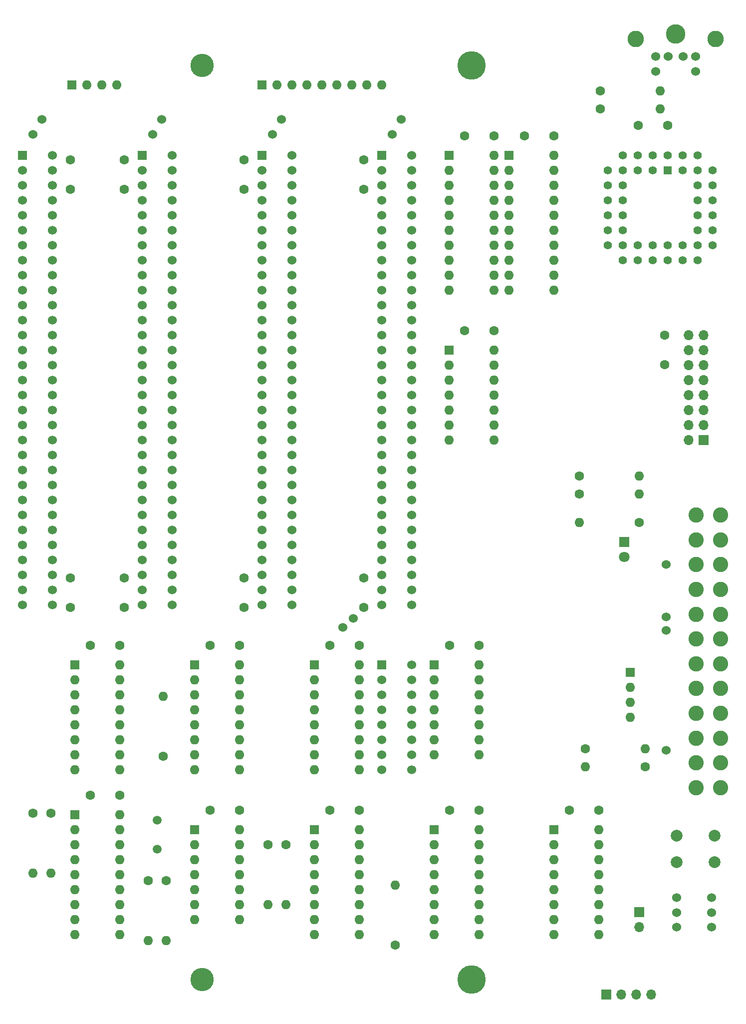
<source format=gbr>
G04 #@! TF.GenerationSoftware,KiCad,Pcbnew,(5.1.8)-1*
G04 #@! TF.CreationDate,2022-05-28T15:46:18-06:00*
G04 #@! TF.ProjectId,Multi,4d756c74-692e-46b6-9963-61645f706362,rev?*
G04 #@! TF.SameCoordinates,Original*
G04 #@! TF.FileFunction,Soldermask,Top*
G04 #@! TF.FilePolarity,Negative*
%FSLAX46Y46*%
G04 Gerber Fmt 4.6, Leading zero omitted, Abs format (unit mm)*
G04 Created by KiCad (PCBNEW (5.1.8)-1) date 2022-05-28 15:46:18*
%MOMM*%
%LPD*%
G01*
G04 APERTURE LIST*
%ADD10O,1.600000X1.600000*%
%ADD11R,1.600000X1.600000*%
%ADD12C,1.600000*%
%ADD13C,4.826000*%
%ADD14C,1.524000*%
%ADD15O,1.700000X1.700000*%
%ADD16R,1.700000X1.700000*%
%ADD17R,1.524000X1.524000*%
%ADD18C,2.000000*%
%ADD19C,1.800000*%
%ADD20R,1.800000X1.800000*%
%ADD21C,2.590800*%
%ADD22C,2.794000*%
%ADD23C,3.302000*%
%ADD24C,3.962400*%
%ADD25C,1.500000*%
%ADD26R,1.422400X1.422400*%
%ADD27C,1.422400*%
G04 APERTURE END LIST*
D10*
G04 #@! TO.C,U2*
X111506000Y-43942000D03*
X103886000Y-66802000D03*
X111506000Y-46482000D03*
X103886000Y-64262000D03*
X111506000Y-49022000D03*
X103886000Y-61722000D03*
X111506000Y-51562000D03*
X103886000Y-59182000D03*
X111506000Y-54102000D03*
X103886000Y-56642000D03*
X111506000Y-56642000D03*
X103886000Y-54102000D03*
X111506000Y-59182000D03*
X103886000Y-51562000D03*
X111506000Y-61722000D03*
X103886000Y-49022000D03*
X111506000Y-64262000D03*
X103886000Y-46482000D03*
X111506000Y-66802000D03*
D11*
X103886000Y-43942000D03*
G04 #@! TD*
D12*
G04 #@! TO.C,C13*
X119126000Y-154940000D03*
X114126000Y-154940000D03*
G04 #@! TD*
G04 #@! TO.C,C11*
X111506000Y-40640000D03*
X106506000Y-40640000D03*
G04 #@! TD*
D10*
G04 #@! TO.C,RN3*
X124460000Y-139192000D03*
X124460000Y-136652000D03*
X124460000Y-134112000D03*
D11*
X124460000Y-131572000D03*
G04 #@! TD*
D10*
G04 #@! TO.C,U1*
X119126000Y-158242000D03*
X111506000Y-176022000D03*
X119126000Y-160782000D03*
X111506000Y-173482000D03*
X119126000Y-163322000D03*
X111506000Y-170942000D03*
X119126000Y-165862000D03*
X111506000Y-168402000D03*
X119126000Y-168402000D03*
X111506000Y-165862000D03*
X119126000Y-170942000D03*
X111506000Y-163322000D03*
X119126000Y-173482000D03*
X111506000Y-160782000D03*
X119126000Y-176022000D03*
D11*
X111506000Y-158242000D03*
G04 #@! TD*
D13*
G04 #@! TO.C,REF\u002A\u002A*
X97536000Y-183642000D03*
G04 #@! TD*
D10*
G04 #@! TO.C,RN1*
X37338000Y-32004000D03*
X34798000Y-32004000D03*
X32258000Y-32004000D03*
D11*
X29718000Y-32004000D03*
G04 #@! TD*
D10*
G04 #@! TO.C,R13*
X125984000Y-101346000D03*
D12*
X115824000Y-101346000D03*
G04 #@! TD*
D10*
G04 #@! TO.C,R12*
X125984000Y-98298000D03*
D12*
X115824000Y-98298000D03*
G04 #@! TD*
D10*
G04 #@! TO.C,RN2*
X82296000Y-32004000D03*
X79756000Y-32004000D03*
X77216000Y-32004000D03*
X74676000Y-32004000D03*
X72136000Y-32004000D03*
X69596000Y-32004000D03*
X67056000Y-32004000D03*
X64516000Y-32004000D03*
D11*
X61976000Y-32004000D03*
G04 #@! TD*
D14*
G04 #@! TO.C,R*
X130556000Y-113284000D03*
G04 #@! TD*
G04 #@! TO.C,R*
X130556000Y-122174000D03*
G04 #@! TD*
G04 #@! TO.C,R*
X130556000Y-144780000D03*
G04 #@! TD*
G04 #@! TO.C,R*
X130556000Y-124460000D03*
G04 #@! TD*
D10*
G04 #@! TO.C,R9*
X129540000Y-36040000D03*
D12*
X119380000Y-36040000D03*
G04 #@! TD*
D10*
G04 #@! TO.C,R8*
X129540000Y-33020000D03*
D12*
X119380000Y-33020000D03*
G04 #@! TD*
D10*
G04 #@! TO.C,R7*
X116840000Y-147574000D03*
D12*
X127000000Y-147574000D03*
G04 #@! TD*
D10*
G04 #@! TO.C,R6*
X45212000Y-135636000D03*
D12*
X45212000Y-145796000D03*
G04 #@! TD*
D14*
G04 #@! TO.C,R*
X75692000Y-123952000D03*
G04 #@! TD*
G04 #@! TO.C,R*
X77470000Y-122428000D03*
G04 #@! TD*
D12*
G04 #@! TO.C,C10*
X130302000Y-79422000D03*
X130302000Y-74422000D03*
G04 #@! TD*
G04 #@! TO.C,C9*
X130810000Y-38862000D03*
X125810000Y-38862000D03*
G04 #@! TD*
D10*
G04 #@! TO.C,R4*
X42672000Y-177038000D03*
D12*
X42672000Y-166878000D03*
G04 #@! TD*
D10*
G04 #@! TO.C,R2*
X45720000Y-177038000D03*
D12*
X45720000Y-166878000D03*
G04 #@! TD*
D10*
G04 #@! TO.C,R18*
X26162000Y-165608000D03*
D12*
X26162000Y-155448000D03*
G04 #@! TD*
D10*
G04 #@! TO.C,R17*
X62992000Y-170942000D03*
D12*
X62992000Y-160782000D03*
G04 #@! TD*
D10*
G04 #@! TO.C,R14*
X23114000Y-165608000D03*
D12*
X23114000Y-155448000D03*
G04 #@! TD*
D10*
G04 #@! TO.C,R5*
X127000000Y-144526000D03*
D12*
X116840000Y-144526000D03*
G04 #@! TD*
D10*
G04 #@! TO.C,R3*
X66040000Y-170942000D03*
D12*
X66040000Y-160782000D03*
G04 #@! TD*
D10*
G04 #@! TO.C,U3*
X84582000Y-167640000D03*
D12*
X84582000Y-177800000D03*
G04 #@! TD*
D15*
G04 #@! TO.C,J6*
X125984000Y-174752000D03*
D16*
X125984000Y-172212000D03*
G04 #@! TD*
D15*
G04 #@! TO.C,J3*
X128016000Y-186182000D03*
X125476000Y-186182000D03*
X122936000Y-186182000D03*
D16*
X120396000Y-186182000D03*
G04 #@! TD*
D12*
G04 #@! TO.C,C1*
X101346000Y-73660000D03*
X96346000Y-73660000D03*
G04 #@! TD*
D10*
G04 #@! TO.C,U117*
X78486000Y-158242000D03*
X70866000Y-176022000D03*
X78486000Y-160782000D03*
X70866000Y-173482000D03*
X78486000Y-163322000D03*
X70866000Y-170942000D03*
X78486000Y-165862000D03*
X70866000Y-168402000D03*
X78486000Y-168402000D03*
X70866000Y-165862000D03*
X78486000Y-170942000D03*
X70866000Y-163322000D03*
X78486000Y-173482000D03*
X70866000Y-160782000D03*
X78486000Y-176022000D03*
D11*
X70866000Y-158242000D03*
G04 #@! TD*
D14*
G04 #@! TO.C,J10*
X87376000Y-130302000D03*
X87376000Y-132842000D03*
D17*
X82296000Y-130302000D03*
D14*
X82296000Y-132842000D03*
X82296000Y-135382000D03*
X82296000Y-137922000D03*
X82296000Y-140462000D03*
X82296000Y-143002000D03*
X82296000Y-145542000D03*
X82296000Y-148082000D03*
X87376000Y-148082000D03*
X87376000Y-145542000D03*
X87376000Y-143002000D03*
X87376000Y-140462000D03*
X87376000Y-137922000D03*
X87376000Y-135382000D03*
G04 #@! TD*
D18*
G04 #@! TO.C,SW1*
X138834000Y-159258000D03*
X138834000Y-163758000D03*
X132334000Y-159258000D03*
X132334000Y-163758000D03*
G04 #@! TD*
D10*
G04 #@! TO.C,R1*
X115824000Y-106172000D03*
D12*
X125984000Y-106172000D03*
G04 #@! TD*
D19*
G04 #@! TO.C,D1*
X123444000Y-112014000D03*
D20*
X123444000Y-109474000D03*
G04 #@! TD*
D12*
G04 #@! TO.C,C7*
X101346000Y-40640000D03*
X96346000Y-40640000D03*
G04 #@! TD*
D14*
G04 #@! TO.C,8x8mm1*
X138334000Y-169752000D03*
X138334000Y-172252000D03*
X138334000Y-174752000D03*
X132334000Y-174752000D03*
X132334000Y-172252000D03*
X132334000Y-169752000D03*
G04 #@! TD*
D21*
G04 #@! TO.C,ATXPOWER1*
X139836000Y-146902000D03*
X139836000Y-151102000D03*
X139836000Y-142702000D03*
X139836000Y-104902000D03*
X139836000Y-109102000D03*
X139836000Y-113302000D03*
X139836000Y-117502000D03*
X139836000Y-130102000D03*
X139836000Y-121702000D03*
X139836000Y-125902000D03*
X139836000Y-138502000D03*
X139836000Y-134302000D03*
X135636000Y-151102000D03*
X135636000Y-146902000D03*
X135636000Y-142702000D03*
X135636000Y-138502000D03*
X135636000Y-134302000D03*
X135636000Y-130102000D03*
X135636000Y-125902000D03*
X135636000Y-121702000D03*
X135636000Y-117502000D03*
X135636000Y-113302000D03*
X135636000Y-109102000D03*
X135636000Y-104902000D03*
G04 #@! TD*
D12*
G04 #@! TO.C,C29*
X38608000Y-115570000D03*
X38608000Y-120570000D03*
G04 #@! TD*
G04 #@! TO.C,C28*
X58928000Y-115570000D03*
X58928000Y-120570000D03*
G04 #@! TD*
G04 #@! TO.C,C27*
X29464000Y-115570000D03*
X29464000Y-120570000D03*
G04 #@! TD*
G04 #@! TO.C,C26*
X79248000Y-115570000D03*
X79248000Y-120570000D03*
G04 #@! TD*
G04 #@! TO.C,C25*
X38608000Y-49704000D03*
X38608000Y-44704000D03*
G04 #@! TD*
G04 #@! TO.C,C24*
X29464000Y-49704000D03*
X29464000Y-44704000D03*
G04 #@! TD*
G04 #@! TO.C,C23*
X79248000Y-49704000D03*
X79248000Y-44704000D03*
G04 #@! TD*
G04 #@! TO.C,C22*
X58928000Y-49704000D03*
X58928000Y-44704000D03*
G04 #@! TD*
D22*
G04 #@! TO.C,J2*
X125425200Y-24180800D03*
X138938000Y-24180800D03*
D23*
X132181600Y-23368000D03*
D14*
X135585200Y-29667200D03*
X128778000Y-29667200D03*
X133477000Y-27178000D03*
X130886200Y-27178000D03*
X135585200Y-27178000D03*
X128778000Y-27178000D03*
G04 #@! TD*
D11*
G04 #@! TO.C,U17*
X91186000Y-158242000D03*
D10*
X98806000Y-176022000D03*
X91186000Y-160782000D03*
X98806000Y-173482000D03*
X91186000Y-163322000D03*
X98806000Y-170942000D03*
X91186000Y-165862000D03*
X98806000Y-168402000D03*
X91186000Y-168402000D03*
X98806000Y-165862000D03*
X91186000Y-170942000D03*
X98806000Y-163322000D03*
X91186000Y-173482000D03*
X98806000Y-160782000D03*
X91186000Y-176022000D03*
X98806000Y-158242000D03*
G04 #@! TD*
D14*
G04 #@! TO.C,R*
X43434000Y-40386000D03*
G04 #@! TD*
G04 #@! TO.C,R*
X44958000Y-37846000D03*
G04 #@! TD*
G04 #@! TO.C,R*
X24638000Y-37846000D03*
G04 #@! TD*
G04 #@! TO.C,R*
X23114000Y-40386000D03*
G04 #@! TD*
D24*
G04 #@! TO.C,REF\u002A\u002A*
X51816000Y-183642000D03*
G04 #@! TD*
D13*
G04 #@! TO.C,REF\u002A\u002A*
X97536000Y-28702000D03*
G04 #@! TD*
D24*
G04 #@! TO.C,REF\u002A\u002A*
X51816000Y-28702000D03*
G04 #@! TD*
D14*
G04 #@! TO.C,R*
X84074000Y-40386000D03*
G04 #@! TD*
G04 #@! TO.C,R*
X85598000Y-37846000D03*
G04 #@! TD*
G04 #@! TO.C,R*
X63754000Y-40386000D03*
G04 #@! TD*
G04 #@! TO.C,R*
X65278000Y-37846000D03*
G04 #@! TD*
D15*
G04 #@! TO.C,CH376*
X134366000Y-74422000D03*
X136906000Y-74422000D03*
X134366000Y-76962000D03*
X136906000Y-76962000D03*
X134366000Y-79502000D03*
X136906000Y-79502000D03*
X134366000Y-82042000D03*
X136906000Y-82042000D03*
X134366000Y-84582000D03*
X136906000Y-84582000D03*
X134366000Y-87122000D03*
X136906000Y-87122000D03*
X134366000Y-89662000D03*
X136906000Y-89662000D03*
X134366000Y-92202000D03*
D16*
X136906000Y-92202000D03*
G04 #@! TD*
D10*
G04 #@! TO.C,U9*
X37846000Y-130302000D03*
X30226000Y-148082000D03*
X37846000Y-132842000D03*
X30226000Y-145542000D03*
X37846000Y-135382000D03*
X30226000Y-143002000D03*
X37846000Y-137922000D03*
X30226000Y-140462000D03*
X37846000Y-140462000D03*
X30226000Y-137922000D03*
X37846000Y-143002000D03*
X30226000Y-135382000D03*
X37846000Y-145542000D03*
X30226000Y-132842000D03*
X37846000Y-148082000D03*
D11*
X30226000Y-130302000D03*
G04 #@! TD*
G04 #@! TO.C,U11*
X30226000Y-155702000D03*
D10*
X37846000Y-176022000D03*
X30226000Y-158242000D03*
X37846000Y-173482000D03*
X30226000Y-160782000D03*
X37846000Y-170942000D03*
X30226000Y-163322000D03*
X37846000Y-168402000D03*
X30226000Y-165862000D03*
X37846000Y-165862000D03*
X30226000Y-168402000D03*
X37846000Y-163322000D03*
X30226000Y-170942000D03*
X37846000Y-160782000D03*
X30226000Y-173482000D03*
X37846000Y-158242000D03*
X30226000Y-176022000D03*
X37846000Y-155702000D03*
G04 #@! TD*
D11*
G04 #@! TO.C,U12*
X50546000Y-130302000D03*
D10*
X58166000Y-148082000D03*
X50546000Y-132842000D03*
X58166000Y-145542000D03*
X50546000Y-135382000D03*
X58166000Y-143002000D03*
X50546000Y-137922000D03*
X58166000Y-140462000D03*
X50546000Y-140462000D03*
X58166000Y-137922000D03*
X50546000Y-143002000D03*
X58166000Y-135382000D03*
X50546000Y-145542000D03*
X58166000Y-132842000D03*
X50546000Y-148082000D03*
X58166000Y-130302000D03*
G04 #@! TD*
D11*
G04 #@! TO.C,U13*
X70866000Y-130302000D03*
D10*
X78486000Y-148082000D03*
X70866000Y-132842000D03*
X78486000Y-145542000D03*
X70866000Y-135382000D03*
X78486000Y-143002000D03*
X70866000Y-137922000D03*
X78486000Y-140462000D03*
X70866000Y-140462000D03*
X78486000Y-137922000D03*
X70866000Y-143002000D03*
X78486000Y-135382000D03*
X70866000Y-145542000D03*
X78486000Y-132842000D03*
X70866000Y-148082000D03*
X78486000Y-130302000D03*
G04 #@! TD*
D11*
G04 #@! TO.C,U14*
X50546000Y-158242000D03*
D10*
X58166000Y-173482000D03*
X50546000Y-160782000D03*
X58166000Y-170942000D03*
X50546000Y-163322000D03*
X58166000Y-168402000D03*
X50546000Y-165862000D03*
X58166000Y-165862000D03*
X50546000Y-168402000D03*
X58166000Y-163322000D03*
X50546000Y-170942000D03*
X58166000Y-160782000D03*
X50546000Y-173482000D03*
X58166000Y-158242000D03*
G04 #@! TD*
D11*
G04 #@! TO.C,U15*
X93726000Y-43942000D03*
D10*
X101346000Y-66802000D03*
X93726000Y-46482000D03*
X101346000Y-64262000D03*
X93726000Y-49022000D03*
X101346000Y-61722000D03*
X93726000Y-51562000D03*
X101346000Y-59182000D03*
X93726000Y-54102000D03*
X101346000Y-56642000D03*
X93726000Y-56642000D03*
X101346000Y-54102000D03*
X93726000Y-59182000D03*
X101346000Y-51562000D03*
X93726000Y-61722000D03*
X101346000Y-49022000D03*
X93726000Y-64262000D03*
X101346000Y-46482000D03*
X93726000Y-66802000D03*
X101346000Y-43942000D03*
G04 #@! TD*
D11*
G04 #@! TO.C,U16*
X91186000Y-130302000D03*
D10*
X98806000Y-145542000D03*
X91186000Y-132842000D03*
X98806000Y-143002000D03*
X91186000Y-135382000D03*
X98806000Y-140462000D03*
X91186000Y-137922000D03*
X98806000Y-137922000D03*
X91186000Y-140462000D03*
X98806000Y-135382000D03*
X91186000Y-143002000D03*
X98806000Y-132842000D03*
X91186000Y-145542000D03*
X98806000Y-130302000D03*
G04 #@! TD*
D25*
G04 #@! TO.C,Y2*
X44196000Y-161544000D03*
X44196000Y-156644000D03*
G04 #@! TD*
D14*
G04 #@! TO.C,J1*
X26416000Y-120142000D03*
X26416000Y-117602000D03*
X26416000Y-115062000D03*
X26416000Y-112522000D03*
X26416000Y-109982000D03*
X26416000Y-107442000D03*
X26416000Y-104902000D03*
X26416000Y-102362000D03*
X26416000Y-99822000D03*
X26416000Y-97282000D03*
X26416000Y-94742000D03*
X26416000Y-92202000D03*
X26416000Y-89662000D03*
X26416000Y-87122000D03*
X26416000Y-84582000D03*
X26416000Y-82042000D03*
X26416000Y-79502000D03*
X26416000Y-76962000D03*
X26416000Y-74422000D03*
X26416000Y-71882000D03*
X26416000Y-69342000D03*
X26416000Y-66802000D03*
X26416000Y-64262000D03*
X26416000Y-61722000D03*
X26416000Y-59182000D03*
X26416000Y-56642000D03*
X26416000Y-54102000D03*
X26416000Y-51562000D03*
X26416000Y-49022000D03*
X26416000Y-46482000D03*
X26416000Y-43942000D03*
X21336000Y-120142000D03*
X21336000Y-117602000D03*
X21336000Y-115062000D03*
X21336000Y-112522000D03*
X21336000Y-109982000D03*
X21336000Y-107442000D03*
X21336000Y-104902000D03*
X21336000Y-102362000D03*
X21336000Y-99822000D03*
X21336000Y-97282000D03*
X21336000Y-94742000D03*
X21336000Y-92202000D03*
X21336000Y-89662000D03*
X21336000Y-87122000D03*
X21336000Y-84582000D03*
X21336000Y-82042000D03*
X21336000Y-79502000D03*
X21336000Y-76962000D03*
X21336000Y-74422000D03*
X21336000Y-71882000D03*
X21336000Y-69342000D03*
X21336000Y-66802000D03*
X21336000Y-64262000D03*
X21336000Y-61722000D03*
X21336000Y-59182000D03*
X21336000Y-56642000D03*
X21336000Y-54102000D03*
X21336000Y-51562000D03*
X21336000Y-49022000D03*
X21336000Y-46482000D03*
D17*
X21336000Y-43942000D03*
G04 #@! TD*
G04 #@! TO.C,J7*
X41656000Y-43942000D03*
D14*
X41656000Y-46482000D03*
X41656000Y-49022000D03*
X41656000Y-51562000D03*
X41656000Y-54102000D03*
X41656000Y-56642000D03*
X41656000Y-59182000D03*
X41656000Y-61722000D03*
X41656000Y-64262000D03*
X41656000Y-66802000D03*
X41656000Y-69342000D03*
X41656000Y-71882000D03*
X41656000Y-74422000D03*
X41656000Y-76962000D03*
X41656000Y-79502000D03*
X41656000Y-82042000D03*
X41656000Y-84582000D03*
X41656000Y-87122000D03*
X41656000Y-89662000D03*
X41656000Y-92202000D03*
X41656000Y-94742000D03*
X41656000Y-97282000D03*
X41656000Y-99822000D03*
X41656000Y-102362000D03*
X41656000Y-104902000D03*
X41656000Y-107442000D03*
X41656000Y-109982000D03*
X41656000Y-112522000D03*
X41656000Y-115062000D03*
X41656000Y-117602000D03*
X41656000Y-120142000D03*
X46736000Y-43942000D03*
X46736000Y-46482000D03*
X46736000Y-49022000D03*
X46736000Y-51562000D03*
X46736000Y-54102000D03*
X46736000Y-56642000D03*
X46736000Y-59182000D03*
X46736000Y-61722000D03*
X46736000Y-64262000D03*
X46736000Y-66802000D03*
X46736000Y-69342000D03*
X46736000Y-71882000D03*
X46736000Y-74422000D03*
X46736000Y-76962000D03*
X46736000Y-79502000D03*
X46736000Y-82042000D03*
X46736000Y-84582000D03*
X46736000Y-87122000D03*
X46736000Y-89662000D03*
X46736000Y-92202000D03*
X46736000Y-94742000D03*
X46736000Y-97282000D03*
X46736000Y-99822000D03*
X46736000Y-102362000D03*
X46736000Y-104902000D03*
X46736000Y-107442000D03*
X46736000Y-109982000D03*
X46736000Y-112522000D03*
X46736000Y-115062000D03*
X46736000Y-117602000D03*
X46736000Y-120142000D03*
G04 #@! TD*
G04 #@! TO.C,J8*
X67056000Y-120142000D03*
X67056000Y-117602000D03*
X67056000Y-115062000D03*
X67056000Y-112522000D03*
X67056000Y-109982000D03*
X67056000Y-107442000D03*
X67056000Y-104902000D03*
X67056000Y-102362000D03*
X67056000Y-99822000D03*
X67056000Y-97282000D03*
X67056000Y-94742000D03*
X67056000Y-92202000D03*
X67056000Y-89662000D03*
X67056000Y-87122000D03*
X67056000Y-84582000D03*
X67056000Y-82042000D03*
X67056000Y-79502000D03*
X67056000Y-76962000D03*
X67056000Y-74422000D03*
X67056000Y-71882000D03*
X67056000Y-69342000D03*
X67056000Y-66802000D03*
X67056000Y-64262000D03*
X67056000Y-61722000D03*
X67056000Y-59182000D03*
X67056000Y-56642000D03*
X67056000Y-54102000D03*
X67056000Y-51562000D03*
X67056000Y-49022000D03*
X67056000Y-46482000D03*
X67056000Y-43942000D03*
X61976000Y-120142000D03*
X61976000Y-117602000D03*
X61976000Y-115062000D03*
X61976000Y-112522000D03*
X61976000Y-109982000D03*
X61976000Y-107442000D03*
X61976000Y-104902000D03*
X61976000Y-102362000D03*
X61976000Y-99822000D03*
X61976000Y-97282000D03*
X61976000Y-94742000D03*
X61976000Y-92202000D03*
X61976000Y-89662000D03*
X61976000Y-87122000D03*
X61976000Y-84582000D03*
X61976000Y-82042000D03*
X61976000Y-79502000D03*
X61976000Y-76962000D03*
X61976000Y-74422000D03*
X61976000Y-71882000D03*
X61976000Y-69342000D03*
X61976000Y-66802000D03*
X61976000Y-64262000D03*
X61976000Y-61722000D03*
X61976000Y-59182000D03*
X61976000Y-56642000D03*
X61976000Y-54102000D03*
X61976000Y-51562000D03*
X61976000Y-49022000D03*
X61976000Y-46482000D03*
D17*
X61976000Y-43942000D03*
G04 #@! TD*
G04 #@! TO.C,J9*
X82296000Y-43942000D03*
D14*
X82296000Y-46482000D03*
X82296000Y-49022000D03*
X82296000Y-51562000D03*
X82296000Y-54102000D03*
X82296000Y-56642000D03*
X82296000Y-59182000D03*
X82296000Y-61722000D03*
X82296000Y-64262000D03*
X82296000Y-66802000D03*
X82296000Y-69342000D03*
X82296000Y-71882000D03*
X82296000Y-74422000D03*
X82296000Y-76962000D03*
X82296000Y-79502000D03*
X82296000Y-82042000D03*
X82296000Y-84582000D03*
X82296000Y-87122000D03*
X82296000Y-89662000D03*
X82296000Y-92202000D03*
X82296000Y-94742000D03*
X82296000Y-97282000D03*
X82296000Y-99822000D03*
X82296000Y-102362000D03*
X82296000Y-104902000D03*
X82296000Y-107442000D03*
X82296000Y-109982000D03*
X82296000Y-112522000D03*
X82296000Y-115062000D03*
X82296000Y-117602000D03*
X82296000Y-120142000D03*
X87376000Y-43942000D03*
X87376000Y-46482000D03*
X87376000Y-49022000D03*
X87376000Y-51562000D03*
X87376000Y-54102000D03*
X87376000Y-56642000D03*
X87376000Y-59182000D03*
X87376000Y-61722000D03*
X87376000Y-64262000D03*
X87376000Y-66802000D03*
X87376000Y-69342000D03*
X87376000Y-71882000D03*
X87376000Y-74422000D03*
X87376000Y-76962000D03*
X87376000Y-79502000D03*
X87376000Y-82042000D03*
X87376000Y-84582000D03*
X87376000Y-87122000D03*
X87376000Y-89662000D03*
X87376000Y-92202000D03*
X87376000Y-94742000D03*
X87376000Y-97282000D03*
X87376000Y-99822000D03*
X87376000Y-102362000D03*
X87376000Y-104902000D03*
X87376000Y-107442000D03*
X87376000Y-109982000D03*
X87376000Y-112522000D03*
X87376000Y-115062000D03*
X87376000Y-117602000D03*
X87376000Y-120142000D03*
G04 #@! TD*
D26*
G04 #@! TO.C,U19*
X130810000Y-46482000D03*
D27*
X128270000Y-46482000D03*
X125730000Y-46482000D03*
X133350000Y-46482000D03*
X135890000Y-46482000D03*
X128270000Y-43942000D03*
X125730000Y-43942000D03*
X123190000Y-43942000D03*
X130810000Y-43942000D03*
X133350000Y-43942000D03*
X123190000Y-46482000D03*
X123190000Y-49022000D03*
X123190000Y-51562000D03*
X123190000Y-54102000D03*
X123190000Y-56642000D03*
X120650000Y-46482000D03*
X120650000Y-49022000D03*
X120650000Y-51562000D03*
X120650000Y-54102000D03*
X120650000Y-56642000D03*
X120650000Y-59182000D03*
X123190000Y-59182000D03*
X125730000Y-59182000D03*
X128270000Y-59182000D03*
X130810000Y-59182000D03*
X133350000Y-59182000D03*
X138430000Y-59182000D03*
X123190000Y-61722000D03*
X125730000Y-61722000D03*
X128270000Y-61722000D03*
X130810000Y-61722000D03*
X133350000Y-61722000D03*
X135890000Y-61722000D03*
X135890000Y-59182000D03*
X135890000Y-56642000D03*
X135890000Y-54102000D03*
X135890000Y-51562000D03*
X135890000Y-49022000D03*
X135890000Y-43942000D03*
X138430000Y-56642000D03*
X138430000Y-54102000D03*
X138430000Y-51562000D03*
X138430000Y-49022000D03*
X138430000Y-46482000D03*
G04 #@! TD*
D11*
G04 #@! TO.C,U20*
X93726000Y-76962000D03*
D10*
X101346000Y-92202000D03*
X93726000Y-79502000D03*
X101346000Y-89662000D03*
X93726000Y-82042000D03*
X101346000Y-87122000D03*
X93726000Y-84582000D03*
X101346000Y-84582000D03*
X93726000Y-87122000D03*
X101346000Y-82042000D03*
X93726000Y-89662000D03*
X101346000Y-79502000D03*
X93726000Y-92202000D03*
X101346000Y-76962000D03*
G04 #@! TD*
D12*
G04 #@! TO.C,C1*
X37846000Y-127000000D03*
X32846000Y-127000000D03*
G04 #@! TD*
G04 #@! TO.C,C2*
X53166000Y-127000000D03*
X58166000Y-127000000D03*
G04 #@! TD*
G04 #@! TO.C,C3*
X98806000Y-154940000D03*
X93806000Y-154940000D03*
G04 #@! TD*
G04 #@! TO.C,C4*
X53166000Y-154940000D03*
X58166000Y-154940000D03*
G04 #@! TD*
G04 #@! TO.C,C5*
X93806000Y-127000000D03*
X98806000Y-127000000D03*
G04 #@! TD*
G04 #@! TO.C,C6*
X78486000Y-154940000D03*
X73486000Y-154940000D03*
G04 #@! TD*
G04 #@! TO.C,C8*
X73486000Y-127000000D03*
X78486000Y-127000000D03*
G04 #@! TD*
G04 #@! TO.C,C12*
X37846000Y-152400000D03*
X32846000Y-152400000D03*
G04 #@! TD*
M02*

</source>
